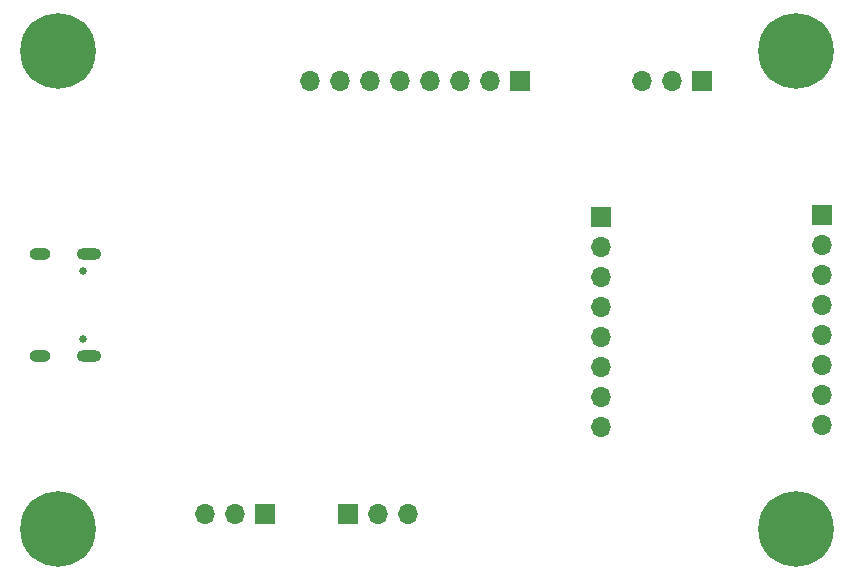
<source format=gbr>
%TF.GenerationSoftware,KiCad,Pcbnew,8.0.4*%
%TF.CreationDate,2024-08-18T22:57:54+08:00*%
%TF.ProjectId,DapLink_STM32F103CBT6,4461704c-696e-46b5-9f53-544d33324631,rev?*%
%TF.SameCoordinates,Original*%
%TF.FileFunction,Soldermask,Bot*%
%TF.FilePolarity,Negative*%
%FSLAX46Y46*%
G04 Gerber Fmt 4.6, Leading zero omitted, Abs format (unit mm)*
G04 Created by KiCad (PCBNEW 8.0.4) date 2024-08-18 22:57:54*
%MOMM*%
%LPD*%
G01*
G04 APERTURE LIST*
%ADD10C,0.800000*%
%ADD11C,6.400000*%
%ADD12R,1.700000X1.700000*%
%ADD13O,1.700000X1.700000*%
%ADD14C,0.650000*%
%ADD15O,2.100000X1.000000*%
%ADD16O,1.800000X1.000000*%
G04 APERTURE END LIST*
D10*
%TO.C,H1*%
X38100000Y-68500000D03*
X38802944Y-66802944D03*
X38802944Y-70197056D03*
X40500000Y-66100000D03*
D11*
X40500000Y-68500000D03*
D10*
X40500000Y-70900000D03*
X42197056Y-66802944D03*
X42197056Y-70197056D03*
X42900000Y-68500000D03*
%TD*%
D12*
%TO.C,J3*%
X79600000Y-71000000D03*
D13*
X77060000Y-71000000D03*
X74520000Y-71000000D03*
X71980000Y-71000000D03*
X69440000Y-71000000D03*
X66900000Y-71000000D03*
X64360000Y-71000000D03*
X61820000Y-71000000D03*
%TD*%
D12*
%TO.C,J2*%
X58000000Y-107700000D03*
D13*
X55460000Y-107700000D03*
X52920000Y-107700000D03*
%TD*%
D14*
%TO.C,J4*%
X42605000Y-87110000D03*
X42605000Y-92890000D03*
D15*
X43125000Y-85680000D03*
D16*
X38925000Y-85680000D03*
D15*
X43125000Y-94320000D03*
D16*
X38925000Y-94320000D03*
%TD*%
D12*
%TO.C,J1*%
X65060000Y-107700000D03*
D13*
X67600000Y-107700000D03*
X70140000Y-107700000D03*
%TD*%
D10*
%TO.C,H4*%
X100600000Y-109000000D03*
X101302944Y-107302944D03*
X101302944Y-110697056D03*
X103000000Y-106600000D03*
D11*
X103000000Y-109000000D03*
D10*
X103000000Y-111400000D03*
X104697056Y-107302944D03*
X104697056Y-110697056D03*
X105400000Y-109000000D03*
%TD*%
D12*
%TO.C,J7*%
X95040000Y-71000000D03*
D13*
X92500000Y-71000000D03*
X89960000Y-71000000D03*
%TD*%
D10*
%TO.C,H3*%
X100600000Y-68500000D03*
X101302944Y-66802944D03*
X101302944Y-70197056D03*
X103000000Y-66100000D03*
D11*
X103000000Y-68500000D03*
D10*
X103000000Y-70900000D03*
X104697056Y-66802944D03*
X104697056Y-70197056D03*
X105400000Y-68500000D03*
%TD*%
D12*
%TO.C,J6*%
X105200000Y-82425000D03*
D13*
X105200000Y-84965000D03*
X105200000Y-87505000D03*
X105200000Y-90045000D03*
X105200000Y-92585000D03*
X105200000Y-95125000D03*
X105200000Y-97665000D03*
X105200000Y-100205000D03*
%TD*%
D12*
%TO.C,J5*%
X86500000Y-82525000D03*
D13*
X86500000Y-85065000D03*
X86500000Y-87605000D03*
X86500000Y-90145000D03*
X86500000Y-92685000D03*
X86500000Y-95225000D03*
X86500000Y-97765000D03*
X86500000Y-100305000D03*
%TD*%
D10*
%TO.C,H2*%
X38100000Y-109000000D03*
X38802944Y-107302944D03*
X38802944Y-110697056D03*
X40500000Y-106600000D03*
D11*
X40500000Y-109000000D03*
D10*
X40500000Y-111400000D03*
X42197056Y-107302944D03*
X42197056Y-110697056D03*
X42900000Y-109000000D03*
%TD*%
M02*

</source>
